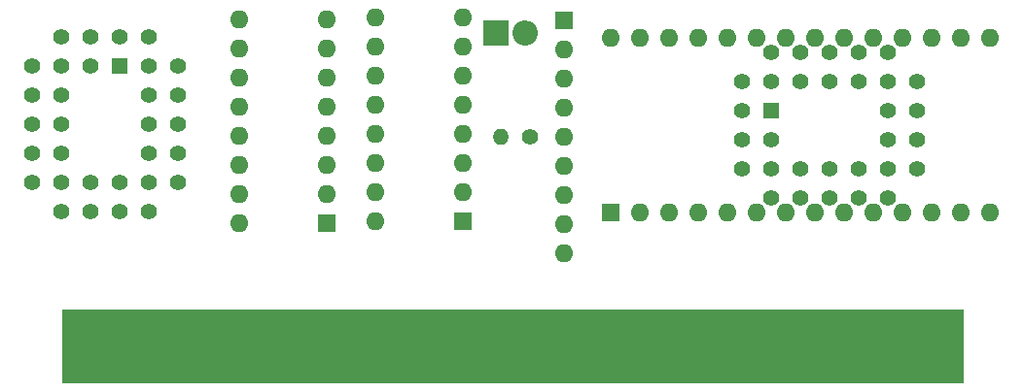
<source format=gbr>
%TF.GenerationSoftware,KiCad,Pcbnew,7.0.6*%
%TF.CreationDate,2023-08-28T12:52:07+01:00*%
%TF.ProjectId,FamiCartFlex,46616d69-4361-4727-9446-6c65782e6b69,rev?*%
%TF.SameCoordinates,Original*%
%TF.FileFunction,Soldermask,Top*%
%TF.FilePolarity,Negative*%
%FSLAX46Y46*%
G04 Gerber Fmt 4.6, Leading zero omitted, Abs format (unit mm)*
G04 Created by KiCad (PCBNEW 7.0.6) date 2023-08-28 12:52:07*
%MOMM*%
%LPD*%
G01*
G04 APERTURE LIST*
%ADD10C,0.100000*%
%ADD11C,1.400000*%
%ADD12O,1.400000X1.400000*%
%ADD13O,2.200000X2.200000*%
%ADD14R,2.200000X2.200000*%
%ADD15R,1.600000X1.600000*%
%ADD16O,1.600000X1.600000*%
%ADD17R,1.422400X1.422400*%
%ADD18C,1.422400*%
G04 APERTURE END LIST*
D10*
%TO.C,H1*%
X35810000Y-85100000D02*
X114200000Y-85100000D01*
X114200000Y-85100000D02*
X114200000Y-91400000D01*
X114200000Y-91400000D02*
X35810000Y-91400000D01*
X35810000Y-91400000D02*
X35810000Y-85100000D01*
G36*
X35810000Y-85100000D02*
G01*
X114200000Y-85100000D01*
X114200000Y-91400000D01*
X35810000Y-91400000D01*
X35810000Y-85100000D01*
G37*
%TD*%
D11*
%TO.C,R1*%
X76490000Y-70020000D03*
D12*
X73950000Y-70020000D03*
%TD*%
D13*
%TO.C,D1*%
X76090000Y-60950000D03*
D14*
X73550000Y-60950000D03*
%TD*%
D15*
%TO.C,U4*%
X70650000Y-77400000D03*
D16*
X70650000Y-74860000D03*
X70650000Y-72320000D03*
X70650000Y-69780000D03*
X70650000Y-67240000D03*
X70650000Y-64700000D03*
X70650000Y-62160000D03*
X70650000Y-59620000D03*
X63030000Y-59620000D03*
X63030000Y-62160000D03*
X63030000Y-64700000D03*
X63030000Y-67240000D03*
X63030000Y-69780000D03*
X63030000Y-72320000D03*
X63030000Y-74860000D03*
X63030000Y-77400000D03*
%TD*%
D15*
%TO.C,U5*%
X83570000Y-76640000D03*
D16*
X86110000Y-76640000D03*
X88650000Y-76640000D03*
X91190000Y-76640000D03*
X93730000Y-76640000D03*
X96270000Y-76640000D03*
X98810000Y-76640000D03*
X101350000Y-76640000D03*
X103890000Y-76640000D03*
X106430000Y-76640000D03*
X108970000Y-76640000D03*
X111510000Y-76640000D03*
X114050000Y-76640000D03*
X116590000Y-76640000D03*
X116590000Y-61400000D03*
X114050000Y-61400000D03*
X111510000Y-61400000D03*
X108970000Y-61400000D03*
X106430000Y-61400000D03*
X103890000Y-61400000D03*
X101350000Y-61400000D03*
X98810000Y-61400000D03*
X96270000Y-61400000D03*
X93730000Y-61400000D03*
X91190000Y-61400000D03*
X88650000Y-61400000D03*
X86110000Y-61400000D03*
X83570000Y-61400000D03*
%TD*%
D17*
%TO.C,U1*%
X40820000Y-63800000D03*
D18*
X38280000Y-61260000D03*
X38280000Y-63800000D03*
X35740000Y-61260000D03*
X33200000Y-63800000D03*
X35740000Y-63800000D03*
X33200000Y-66340000D03*
X35740000Y-66340000D03*
X33200000Y-68880000D03*
X35740000Y-68880000D03*
X33200000Y-71420000D03*
X35740000Y-71420000D03*
X33200000Y-73960000D03*
X35740000Y-76500000D03*
X35740000Y-73960000D03*
X38280000Y-76500000D03*
X38280000Y-73960000D03*
X40820000Y-76500000D03*
X40820000Y-73960000D03*
X43360000Y-76500000D03*
X45900000Y-73960000D03*
X43360000Y-73960000D03*
X45900000Y-71420000D03*
X43360000Y-71420000D03*
X45900000Y-68880000D03*
X43360000Y-68880000D03*
X45900000Y-66340000D03*
X43360000Y-66340000D03*
X45900000Y-63800000D03*
X43360000Y-61260000D03*
X43360000Y-63800000D03*
X40820000Y-61260000D03*
%TD*%
D15*
%TO.C,RN1*%
X79450000Y-59850000D03*
D16*
X79450000Y-62390000D03*
X79450000Y-64930000D03*
X79450000Y-67470000D03*
X79450000Y-70010000D03*
X79450000Y-72550000D03*
X79450000Y-75090000D03*
X79450000Y-77630000D03*
X79450000Y-80170000D03*
%TD*%
D17*
%TO.C,U2*%
X97540000Y-67730000D03*
D18*
X95000000Y-70270000D03*
X97540000Y-70270000D03*
X95000000Y-72810000D03*
X97540000Y-75350000D03*
X97540000Y-72810000D03*
X100080000Y-75350000D03*
X100080000Y-72810000D03*
X102620000Y-75350000D03*
X102620000Y-72810000D03*
X105160000Y-75350000D03*
X105160000Y-72810000D03*
X107700000Y-75350000D03*
X110240000Y-72810000D03*
X107700000Y-72810000D03*
X110240000Y-70270000D03*
X107700000Y-70270000D03*
X110240000Y-67730000D03*
X107700000Y-67730000D03*
X110240000Y-65190000D03*
X107700000Y-62650000D03*
X107700000Y-65190000D03*
X105160000Y-62650000D03*
X105160000Y-65190000D03*
X102620000Y-62650000D03*
X102620000Y-65190000D03*
X100080000Y-62650000D03*
X100080000Y-65190000D03*
X97540000Y-62650000D03*
X95000000Y-65190000D03*
X97540000Y-65190000D03*
X95000000Y-67730000D03*
%TD*%
D15*
%TO.C,U3*%
X58850000Y-77500000D03*
D16*
X58850000Y-74960000D03*
X58850000Y-72420000D03*
X58850000Y-69880000D03*
X58850000Y-67340000D03*
X58850000Y-64800000D03*
X58850000Y-62260000D03*
X58850000Y-59720000D03*
X51230000Y-59720000D03*
X51230000Y-62260000D03*
X51230000Y-64800000D03*
X51230000Y-67340000D03*
X51230000Y-69880000D03*
X51230000Y-72420000D03*
X51230000Y-74960000D03*
X51230000Y-77500000D03*
%TD*%
M02*

</source>
